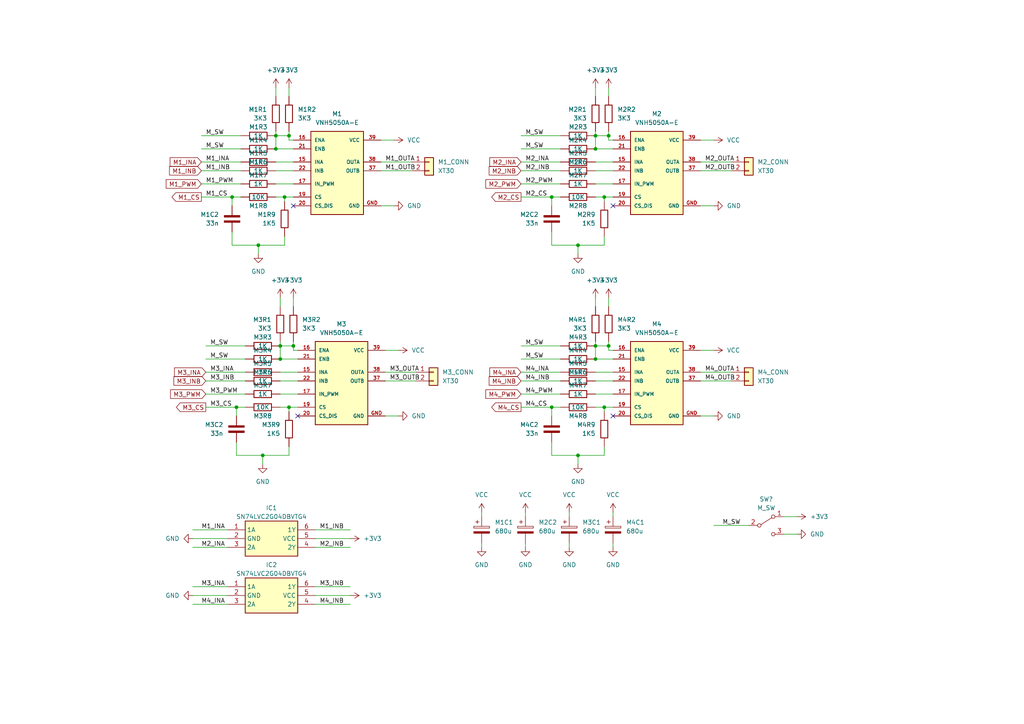
<source format=kicad_sch>
(kicad_sch (version 20230121) (generator eeschema)
  (paper "A4")
  (lib_symbols
    (symbol "Connector_Generic:Conn_01x02" (pin_names (offset 1.016) hide)
      (property "Reference" "J" (at 0 2.54 0))
      (property "Value" "Conn_01x02" (at 0 -5.08 0))
      (symbol "Conn_01x02_1_1"
        (rectangle (start -1.27 -2.413) (end 0 -2.667) (stroke (width 0.1524)))
        (rectangle (start -1.27 0.127) (end 0 -0.127) (stroke (width 0.1524)))
        (rectangle (start -1.27 1.27) (end 1.27 -3.81) (stroke (width 0.254)) (fill (type background)))
        (pin passive line (at -5.08 0 0) (length 3.81) (name "Pin_1") (number "1"))
        (pin passive line (at -5.08 -2.54 0) (length 3.81) (name "Pin_2") (number "2"))
      )
    )
    (symbol "Switch:SW_SPDT" (pin_names (offset 0) hide)
      (property "Reference" "SW" (at 0 4.318 0))
      (property "Value" "SW_SPDT" (at 0 -5.08 0))
      (symbol "SW_SPDT_0_0"
        (circle (center -2.032 0) (radius 0.508))
        (circle (center 2.032 -2.54) (radius 0.508))
      )
      (symbol "SW_SPDT_0_1"
        (polyline (pts (xy -1.524 0.254) (xy 1.651 2.286)))
        (circle (center 2.032 2.54) (radius 0.508))
      )
      (symbol "SW_SPDT_1_1"
        (pin passive line (at 5.08 2.54 180) (length 2.54) (name "A") (number "1"))
        (pin passive line (at -5.08 0 0) (length 2.54) (name "B") (number "2"))
        (pin passive line (at 5.08 -2.54 180) (length 2.54) (name "C") (number "3"))
      )
    )
    (symbol "power:+3V3" (power) (pin_names (offset 0))
      (property "Value" "+3V3" (at 0 3.556 0))
      (symbol "+3V3_0_1"
        (polyline (pts (xy -0.762 1.27) (xy 0 2.54)))
        (polyline (pts (xy 0 0) (xy 0 2.54)))
        (polyline (pts (xy 0 2.54) (xy 0.762 1.27)))
      )
      (symbol "+3V3_1_1"
        (pin power_in line (at 0 0 90) (length 0) hide (name "+3V3") (number "1"))
      )
    )
    (symbol "power:GND" (power) (pin_names (offset 0))
      (property "Value" "GND" (at 0 -3.81 0))
      (symbol "GND_0_1"
        (polyline (pts (xy 0 0) (xy 0 -1.27) (xy 1.27 -1.27) (xy 0 -2.54) (xy -1.27 -1.27) (xy 0 -1.27)))
      )
      (symbol "GND_1_1"
        (pin power_in line (at 0 0 270) (length 0) hide (name "GND") (number "1"))
      )
    )
    (symbol "power:VCC" (power) (pin_names (offset 0))
      (property "Value" "VCC" (at 0 3.81 0))
      (symbol "VCC_0_1"
        (polyline (pts (xy -0.762 1.27) (xy 0 2.54)))
        (polyline (pts (xy 0 0) (xy 0 2.54)))
        (polyline (pts (xy 0 2.54) (xy 0.762 1.27)))
      )
      (symbol "VCC_1_1"
        (pin power_in line (at 0 0 90) (length 0) hide (name "VCC") (number "1"))
      )
    )
    (symbol "vincent:C" (pin_numbers hide) (pin_names hide)
      (property "Reference" "C" (at 0 3.81 0))
      (property "Value" "C" (at 0 -3.81 0))
      (symbol "C_1_1"
        (rectangle (start -1.016 2.286) (end -0.508 -2.286) (fill (type outline)))
        (rectangle (start 0.508 2.286) (end 1.016 -2.286) (fill (type outline)))
        (pin passive line (at -3.81 0 0) (length 2.8) (name "~") (number "1"))
        (pin passive line (at 3.81 0 180) (length 2.8) (name "~") (number "2"))
      )
    )
    (symbol "vincent:C_Polarized"
      (property "Reference" "C" (at 0 3.81 0))
      (property "Value" "C_Polarized" (at 0 -3.81 0))
      (symbol "C_Polarized_0_1"
        (rectangle (start -1.016 2.286) (end -0.508 -2.286))
        (polyline (pts (xy -2.794 -1.27) (xy -1.778 -1.27)))
        (polyline (pts (xy -2.286 -1.778) (xy -2.286 -0.762)))
        (rectangle (start 0.508 2.286) (end 1.016 -2.286) (fill (type outline)))
      )
      (symbol "C_Polarized_1_1"
        (pin passive line (at -3.81 0 0) (length 2.8) (name "~") (number "1"))
        (pin passive line (at 3.81 0 180) (length 2.8) (name "~") (number "2"))
      )
    )
    (symbol "vincent:R" (pin_numbers hide) (pin_names hide)
      (property "Reference" "R" (at 0 2.54 0))
      (property "Value" "Resistor" (at 0 -2.54 0))
      (symbol "R_0_1"
        (rectangle (start 2.54 -1.016) (end -2.54 1.016) (stroke (width 0.254)))
      )
      (symbol "R_1_1"
        (pin passive line (at -5.08 0 0) (length 2.54) (name "~") (number "1"))
        (pin passive line (at 5.08 0 180) (length 2.54) (name "~") (number "2"))
      )
    )
    (symbol "vincent:SN74LVC2G04DBVTG4"
      (property "Reference" "IC" (at 5.08 1.27 0))
      (property "Value" "SN74LVC2G04DBVTG4" (at 12.7 -12.7 0))
      (symbol "SN74LVC2G04DBVTG4_1_1"
        (rectangle (start 5.08 0) (end 20.32 -10.16) (stroke (width 0.254)) (fill (type background)))
        (pin passive line (at 0 -2.54 0) (length 5.08) (name "1A") (number "1"))
        (pin passive line (at 0 -5.08 0) (length 5.08) (name "GND") (number "2"))
        (pin passive line (at 0 -7.62 0) (length 5.08) (name "2A") (number "3"))
        (pin passive line (at 25.4 -7.62 180) (length 5.08) (name "2Y") (number "4"))
        (pin passive line (at 25.4 -5.08 180) (length 5.08) (name "VCC") (number "5"))
        (pin passive line (at 25.4 -2.54 180) (length 5.08) (name "1Y") (number "6"))
      )
    )
    (symbol "vincent:VNH5050A-E" (pin_names (offset 1.016))
      (property "Reference" "U" (at -7.62 13.97 0))
      (property "Value" "VNH5050A-E" (at -7.62 -13.97 0))
      (symbol "VNH5050A-E_0_0"
        (rectangle (start -7.62 12.7) (end 7.62 -11.43) (stroke (width 0.254)) (fill (type background)))
        (pin input line (at -12.7 3.81 0) (length 5.08) (name "INA") (number "15"))
        (pin input line (at -12.7 -2.54 0) (length 5.08) (name "IN_PWM") (number "17"))
        (pin input line (at -12.7 1.27 0) (length 5.08) (name "INB") (number "22"))
      )
      (symbol "VNH5050A-E_1_0"
        (pin output line (at -12.7 10.16 0) (length 5.08) (name "ENA") (number "16"))
        (pin output line (at -12.7 -6.35 0) (length 5.08) (name "CS") (number "19"))
        (pin input line (at -12.7 -8.89 0) (length 5.08) (name "CS_DIS") (number "20"))
        (pin output line (at -12.7 7.62 0) (length 5.08) (name "ENB") (number "21"))
        (pin output line (at 12.7 1.27 180) (length 5.08) (name "OUTB") (number "37"))
        (pin output line (at 12.7 3.81 180) (length 5.08) (name "OUTA") (number "38"))
        (pin output line (at 12.7 10.16 180) (length 5.08) (name "VCC") (number "39"))
        (pin output line (at 12.7 -8.89 180) (length 5.08) (name "GND") (number "GND"))
      )
    )
  )
  (junction (at 172.72 100.33))
  (junction (at 85.09 100.33))
  (junction (at 74.93 71.12))
  (junction (at 76.2 132.08))
  (junction (at 160.02 118.11))
  (junction (at 81.28 100.33))
  (junction (at 160.02 57.15))
  (junction (at 83.82 118.11))
  (junction (at 82.55 57.15))
  (junction (at 172.72 104.14))
  (junction (at 172.72 39.37))
  (junction (at 80.01 43.18))
  (junction (at 80.01 39.37))
  (junction (at 176.53 100.33))
  (junction (at 172.72 43.18))
  (junction (at 167.64 132.08))
  (junction (at 175.26 57.15))
  (junction (at 175.26 118.11))
  (junction (at 68.58 118.11))
  (junction (at 67.31 57.15))
  (junction (at 81.28 104.14))
  (junction (at 176.53 39.37))
  (junction (at 167.64 71.12))
  (junction (at 83.82 39.37))
  (no_connect (at 177.8 120.65))
  (no_connect (at 177.8 59.69))
  (no_connect (at 85.09 59.69))
  (no_connect (at 86.36 120.65))
  (wire (pts (xy 81.28 100.33) (xy 85.09 100.33)))
  (wire (pts (xy 69.85 57.15) (xy 67.31 57.15)))
  (wire (pts (xy 167.64 132.08) (xy 167.64 134.62)))
  (wire (pts (xy 160.02 67.31) (xy 160.02 71.12)))
  (wire (pts (xy 172.72 86.36) (xy 172.72 88.9)))
  (wire (pts (xy 80.01 38.1) (xy 80.01 39.37)))
  (wire (pts (xy 83.82 118.11) (xy 86.36 118.11)))
  (wire (pts (xy 227.33 149.86) (xy 231.14 149.86)))
  (wire (pts (xy 74.93 71.12) (xy 82.55 71.12)))
  (wire (pts (xy 151.13 53.34) (xy 162.56 53.34)))
  (wire (pts (xy 151.13 43.18) (xy 162.56 43.18)))
  (wire (pts (xy 91.44 175.26) (xy 101.6 175.26)))
  (wire (pts (xy 83.82 25.4) (xy 83.82 27.94)))
  (wire (pts (xy 162.56 118.11) (xy 160.02 118.11)))
  (wire (pts (xy 172.72 39.37) (xy 176.53 39.37)))
  (wire (pts (xy 76.2 132.08) (xy 76.2 134.62)))
  (wire (pts (xy 152.4 157.48) (xy 152.4 158.75)))
  (wire (pts (xy 177.8 148.59) (xy 177.8 149.86)))
  (wire (pts (xy 167.64 71.12) (xy 175.26 71.12)))
  (wire (pts (xy 85.09 86.36) (xy 85.09 88.9)))
  (wire (pts (xy 58.42 53.34) (xy 69.85 53.34)))
  (wire (pts (xy 81.28 86.36) (xy 81.28 88.9)))
  (wire (pts (xy 59.69 104.14) (xy 71.12 104.14)))
  (wire (pts (xy 91.44 156.21) (xy 101.6 156.21)))
  (wire (pts (xy 58.42 39.37) (xy 69.85 39.37)))
  (wire (pts (xy 55.88 158.75) (xy 66.04 158.75)))
  (wire (pts (xy 58.42 49.53) (xy 69.85 49.53)))
  (wire (pts (xy 91.44 170.18) (xy 101.6 170.18)))
  (wire (pts (xy 55.88 170.18) (xy 66.04 170.18)))
  (wire (pts (xy 58.42 46.99) (xy 69.85 46.99)))
  (wire (pts (xy 176.53 38.1) (xy 176.53 39.37)))
  (wire (pts (xy 66.04 156.21) (xy 55.88 156.21)))
  (wire (pts (xy 151.13 107.95) (xy 162.56 107.95)))
  (wire (pts (xy 172.72 53.34) (xy 177.8 53.34)))
  (wire (pts (xy 110.49 46.99) (xy 119.38 46.99)))
  (wire (pts (xy 58.42 57.15) (xy 67.31 57.15)))
  (wire (pts (xy 151.13 104.14) (xy 162.56 104.14)))
  (wire (pts (xy 59.69 107.95) (xy 71.12 107.95)))
  (wire (pts (xy 110.49 49.53) (xy 119.38 49.53)))
  (wire (pts (xy 227.33 154.94) (xy 231.14 154.94)))
  (wire (pts (xy 175.26 57.15) (xy 177.8 57.15)))
  (wire (pts (xy 80.01 39.37) (xy 83.82 39.37)))
  (wire (pts (xy 172.72 110.49) (xy 177.8 110.49)))
  (wire (pts (xy 172.72 114.3) (xy 177.8 114.3)))
  (wire (pts (xy 83.82 118.11) (xy 83.82 119.38)))
  (wire (pts (xy 175.26 71.12) (xy 175.26 68.58)))
  (wire (pts (xy 160.02 132.08) (xy 167.64 132.08)))
  (wire (pts (xy 59.69 100.33) (xy 71.12 100.33)))
  (wire (pts (xy 81.28 110.49) (xy 86.36 110.49)))
  (wire (pts (xy 80.01 57.15) (xy 82.55 57.15)))
  (wire (pts (xy 139.7 157.48) (xy 139.7 158.75)))
  (wire (pts (xy 85.09 99.06) (xy 85.09 100.33)))
  (wire (pts (xy 203.2 110.49) (xy 212.09 110.49)))
  (wire (pts (xy 203.2 107.95) (xy 212.09 107.95)))
  (wire (pts (xy 172.72 107.95) (xy 177.8 107.95)))
  (wire (pts (xy 151.13 114.3) (xy 162.56 114.3)))
  (wire (pts (xy 68.58 132.08) (xy 76.2 132.08)))
  (wire (pts (xy 85.09 43.18) (xy 80.01 43.18)))
  (wire (pts (xy 176.53 25.4) (xy 176.53 27.94)))
  (wire (pts (xy 176.53 39.37) (xy 176.53 40.64)))
  (wire (pts (xy 110.49 40.64) (xy 114.3 40.64)))
  (wire (pts (xy 175.26 118.11) (xy 177.8 118.11)))
  (wire (pts (xy 82.55 71.12) (xy 82.55 68.58)))
  (wire (pts (xy 151.13 46.99) (xy 162.56 46.99)))
  (wire (pts (xy 160.02 71.12) (xy 167.64 71.12)))
  (wire (pts (xy 207.01 152.4) (xy 217.17 152.4)))
  (wire (pts (xy 111.76 110.49) (xy 120.65 110.49)))
  (wire (pts (xy 86.36 104.14) (xy 81.28 104.14)))
  (wire (pts (xy 139.7 148.59) (xy 139.7 149.86)))
  (wire (pts (xy 172.72 100.33) (xy 172.72 104.14)))
  (wire (pts (xy 167.64 71.12) (xy 167.64 73.66)))
  (wire (pts (xy 175.26 118.11) (xy 175.26 119.38)))
  (wire (pts (xy 177.8 101.6) (xy 176.53 101.6)))
  (wire (pts (xy 203.2 101.6) (xy 207.01 101.6)))
  (wire (pts (xy 81.28 118.11) (xy 83.82 118.11)))
  (wire (pts (xy 175.26 57.15) (xy 175.26 58.42)))
  (wire (pts (xy 86.36 101.6) (xy 85.09 101.6)))
  (wire (pts (xy 172.72 25.4) (xy 172.72 27.94)))
  (wire (pts (xy 80.01 49.53) (xy 85.09 49.53)))
  (wire (pts (xy 59.69 110.49) (xy 71.12 110.49)))
  (wire (pts (xy 80.01 39.37) (xy 80.01 43.18)))
  (wire (pts (xy 55.88 153.67) (xy 66.04 153.67)))
  (wire (pts (xy 162.56 57.15) (xy 160.02 57.15)))
  (wire (pts (xy 74.93 71.12) (xy 74.93 73.66)))
  (wire (pts (xy 151.13 118.11) (xy 160.02 118.11)))
  (wire (pts (xy 172.72 46.99) (xy 177.8 46.99)))
  (wire (pts (xy 176.53 100.33) (xy 176.53 101.6)))
  (wire (pts (xy 176.53 86.36) (xy 176.53 88.9)))
  (wire (pts (xy 172.72 38.1) (xy 172.72 39.37)))
  (wire (pts (xy 80.01 53.34) (xy 85.09 53.34)))
  (wire (pts (xy 172.72 57.15) (xy 175.26 57.15)))
  (wire (pts (xy 177.8 40.64) (xy 176.53 40.64)))
  (wire (pts (xy 177.8 43.18) (xy 172.72 43.18)))
  (wire (pts (xy 91.44 153.67) (xy 101.6 153.67)))
  (wire (pts (xy 111.76 101.6) (xy 115.57 101.6)))
  (wire (pts (xy 80.01 46.99) (xy 85.09 46.99)))
  (wire (pts (xy 83.82 132.08) (xy 83.82 129.54)))
  (wire (pts (xy 152.4 148.59) (xy 152.4 149.86)))
  (wire (pts (xy 172.72 118.11) (xy 175.26 118.11)))
  (wire (pts (xy 76.2 132.08) (xy 83.82 132.08)))
  (wire (pts (xy 91.44 158.75) (xy 101.6 158.75)))
  (wire (pts (xy 203.2 120.65) (xy 207.01 120.65)))
  (wire (pts (xy 203.2 46.99) (xy 212.09 46.99)))
  (wire (pts (xy 91.44 172.72) (xy 101.6 172.72)))
  (wire (pts (xy 67.31 67.31) (xy 67.31 71.12)))
  (wire (pts (xy 80.01 25.4) (xy 80.01 27.94)))
  (wire (pts (xy 83.82 38.1) (xy 83.82 39.37)))
  (wire (pts (xy 172.72 100.33) (xy 176.53 100.33)))
  (wire (pts (xy 71.12 118.11) (xy 68.58 118.11)))
  (wire (pts (xy 111.76 120.65) (xy 115.57 120.65)))
  (wire (pts (xy 67.31 71.12) (xy 74.93 71.12)))
  (wire (pts (xy 82.55 57.15) (xy 82.55 58.42)))
  (wire (pts (xy 59.69 114.3) (xy 71.12 114.3)))
  (wire (pts (xy 151.13 100.33) (xy 162.56 100.33)))
  (wire (pts (xy 111.76 107.95) (xy 120.65 107.95)))
  (wire (pts (xy 203.2 40.64) (xy 207.01 40.64)))
  (wire (pts (xy 172.72 49.53) (xy 177.8 49.53)))
  (wire (pts (xy 175.26 132.08) (xy 175.26 129.54)))
  (wire (pts (xy 68.58 128.27) (xy 68.58 132.08)))
  (wire (pts (xy 81.28 100.33) (xy 81.28 104.14)))
  (wire (pts (xy 160.02 57.15) (xy 160.02 59.69)))
  (wire (pts (xy 81.28 107.95) (xy 86.36 107.95)))
  (wire (pts (xy 81.28 99.06) (xy 81.28 100.33)))
  (wire (pts (xy 85.09 40.64) (xy 83.82 40.64)))
  (wire (pts (xy 66.04 172.72) (xy 55.88 172.72)))
  (wire (pts (xy 151.13 49.53) (xy 162.56 49.53)))
  (wire (pts (xy 165.1 157.48) (xy 165.1 158.75)))
  (wire (pts (xy 151.13 39.37) (xy 162.56 39.37)))
  (wire (pts (xy 176.53 99.06) (xy 176.53 100.33)))
  (wire (pts (xy 151.13 110.49) (xy 162.56 110.49)))
  (wire (pts (xy 110.49 59.69) (xy 114.3 59.69)))
  (wire (pts (xy 85.09 100.33) (xy 85.09 101.6)))
  (wire (pts (xy 177.8 104.14) (xy 172.72 104.14)))
  (wire (pts (xy 165.1 148.59) (xy 165.1 149.86)))
  (wire (pts (xy 167.64 132.08) (xy 175.26 132.08)))
  (wire (pts (xy 82.55 57.15) (xy 85.09 57.15)))
  (wire (pts (xy 67.31 57.15) (xy 67.31 59.69)))
  (wire (pts (xy 151.13 57.15) (xy 160.02 57.15)))
  (wire (pts (xy 160.02 118.11) (xy 160.02 120.65)))
  (wire (pts (xy 59.69 118.11) (xy 68.58 118.11)))
  (wire (pts (xy 203.2 59.69) (xy 207.01 59.69)))
  (wire (pts (xy 81.28 114.3) (xy 86.36 114.3)))
  (wire (pts (xy 172.72 99.06) (xy 172.72 100.33)))
  (wire (pts (xy 203.2 49.53) (xy 212.09 49.53)))
  (wire (pts (xy 83.82 39.37) (xy 83.82 40.64)))
  (wire (pts (xy 172.72 39.37) (xy 172.72 43.18)))
  (wire (pts (xy 160.02 128.27) (xy 160.02 132.08)))
  (wire (pts (xy 68.58 118.11) (xy 68.58 120.65)))
  (wire (pts (xy 177.8 157.48) (xy 177.8 158.75)))
  (wire (pts (xy 58.42 43.18) (xy 69.85 43.18)))
  (wire (pts (xy 55.88 175.26) (xy 66.04 175.26)))
  (label "M3_CS" (at 60.96 118.11 0))
  (label "M2_PWM" (at 152.4 53.34 0))
  (label "M3_INB" (at 60.96 110.49 0))
  (label "M2_INA" (at 152.4 46.99 0))
  (label "M2_OUTA" (at 204.47 46.99 0))
  (label "M1_OUTA" (at 111.76 46.99 0))
  (label "M_SW" (at 152.4 43.18 0))
  (label "M_SW" (at 60.96 100.33 0))
  (label "M_SW" (at 152.4 104.14 0))
  (label "M_SW" (at 60.96 104.14 0))
  (label "M_SW" (at 59.69 43.18 0))
  (label "M_SW" (at 209.55 152.4 0))
  (label "M4_PWM" (at 152.4 114.3 0))
  (label "M4_INB" (at 152.4 110.49 0))
  (label "M3_OUTA" (at 113.03 107.95 0))
  (label "M2_OUTB" (at 204.47 49.53 0))
  (label "M1_INB" (at 92.71 153.67 0))
  (label "M4_OUTB" (at 204.47 110.49 0))
  (label "M1_PWM" (at 59.69 53.34 0))
  (label "M1_INA" (at 59.69 46.99 0))
  (label "M1_INB" (at 59.69 49.53 0))
  (label "M4_INB" (at 92.71 175.26 0))
  (label "M1_INA" (at 58.42 153.67 0))
  (label "M3_INB" (at 92.71 170.18 0))
  (label "M2_CS" (at 152.4 57.15 0))
  (label "M1_OUTB" (at 111.76 49.53 0))
  (label "M3_OUTB" (at 113.03 110.49 0))
  (label "M4_OUTA" (at 204.47 107.95 0))
  (label "M4_CS" (at 152.4 118.11 0))
  (label "M3_INA" (at 60.96 107.95 0))
  (label "M3_INA" (at 58.42 170.18 0))
  (label "M_SW" (at 59.69 39.37 0))
  (label "M4_INA" (at 152.4 107.95 0))
  (label "M2_INA" (at 58.42 158.75 0))
  (label "M2_INB" (at 92.71 158.75 0))
  (label "M_SW" (at 152.4 39.37 0))
  (label "M2_INB" (at 152.4 49.53 0))
  (label "M1_CS" (at 59.69 57.15 0))
  (label "M_SW" (at 152.4 100.33 0))
  (label "M3_PWM" (at 60.96 114.3 0))
  (label "M4_INA" (at 58.42 175.26 0))
  (global_label "M1_CS" (shape output) (at 58.42 57.15 180) (property "Intersheetrefs" "${INTERSHEET_REFS}" (effects hide)))
  (global_label "M4_CS" (shape output) (at 151.13 118.11 180) (property "Intersheetrefs" "${INTERSHEET_REFS}" (effects hide)))
  (global_label "M2_PWM" (shape input) (at 151.13 53.34 180) (property "Intersheetrefs" "${INTERSHEET_REFS}" (effects hide)))
  (global_label "M3_INB" (shape input) (at 59.69 110.49 180) (property "Intersheetrefs" "${INTERSHEET_REFS}" (effects hide)))
  (global_label "M1_INB" (shape input) (at 58.42 49.53 180) (property "Intersheetrefs" "${INTERSHEET_REFS}" (effects hide)))
  (global_label "M2_INB" (shape input) (at 151.13 49.53 180) (property "Intersheetrefs" "${INTERSHEET_REFS}" (effects hide)))
  (global_label "M4_PWM" (shape input) (at 151.13 114.3 180) (property "Intersheetrefs" "${INTERSHEET_REFS}" (effects hide)))
  (global_label "M1_PWM" (shape input) (at 58.42 53.34 180) (property "Intersheetrefs" "${INTERSHEET_REFS}" (effects hide)))
  (global_label "M2_CS" (shape output) (at 151.13 57.15 180) (property "Intersheetrefs" "${INTERSHEET_REFS}" (effects hide)))
  (global_label "M2_INA" (shape input) (at 151.13 46.99 180) (property "Intersheetrefs" "${INTERSHEET_REFS}" (effects hide)))
  (global_label "M4_INB" (shape input) (at 151.13 110.49 180) (property "Intersheetrefs" "${INTERSHEET_REFS}" (effects hide)))
  (global_label "M4_INA" (shape input) (at 151.13 107.95 180) (property "Intersheetrefs" "${INTERSHEET_REFS}" (effects hide)))
  (global_label "M3_PWM" (shape input) (at 59.69 114.3 180) (property "Intersheetrefs" "${INTERSHEET_REFS}" (effects hide)))
  (global_label "M3_INA" (shape input) (at 59.69 107.95 180) (property "Intersheetrefs" "${INTERSHEET_REFS}" (effects hide)))
  (global_label "M1_INA" (shape input) (at 58.42 46.99 180) (property "Intersheetrefs" "${INTERSHEET_REFS}" (effects hide)))
  (global_label "M3_CS" (shape output) (at 59.69 118.11 180) (property "Intersheetrefs" "${INTERSHEET_REFS}" (effects hide)))
  (symbol (lib_id "power:GND") (at 115.57 120.65 90) (unit 1)
    (property "Reference" "#PWR015" (effects hide))
    (property "Value" "GND" (at 119.38 120.6499 90) (effects (justify right)))
  )
  (symbol (lib_id "vincent:R") (at 167.64 110.49 0) (unit 1)
    (property "Reference" "M4R6" (at 167.64 107.95 0))
    (property "Value" "1K" (at 167.64 110.49 0))
  )
  (symbol (lib_id "vincent:VNH5050A-E") (at 190.5 50.8 0) (unit 1)
    (property "Reference" "M2" (at 190.5 33.02 0))
    (property "Value" "VNH5050A-E" (at 190.5 35.56 0))
    (property "Footprint" "footprints:SOP50P1030X247-39N" (effects hide))
    (property "Datasheet" "https://www.st.com/resource/en/datasheet/vnh5050a-e.pdf" (effects hide))
    (property "MANUFACTURER" "ST Microelectronics" (effects hide))
  )
  (symbol (lib_id "power:VCC") (at 207.01 40.64 270) (unit 1)
    (property "Reference" "#PWR011" (effects hide))
    (property "Value" "VCC" (at 210.82 40.6399 90) (effects (justify left)))
  )
  (symbol (lib_id "vincent:R") (at 74.93 39.37 0) (unit 1)
    (property "Reference" "M1R3" (at 74.93 36.83 0))
    (property "Value" "1K" (at 74.93 39.37 0))
  )
  (symbol (lib_id "vincent:R") (at 76.2 114.3 0) (unit 1)
    (property "Reference" "M3R7" (at 76.2 111.76 0))
    (property "Value" "1K" (at 76.2 114.3 0))
  )
  (symbol (lib_id "vincent:R") (at 83.82 33.02 90) (unit 1)
    (property "Reference" "M1R2" (at 86.36 31.7499 90) (effects (justify right)))
    (property "Value" "3K3" (at 86.36 34.2899 90) (effects (justify right)))
  )
  (symbol (lib_id "power:GND") (at 167.64 134.62 0) (unit 1)
    (property "Reference" "#PWR016" (effects hide))
    (property "Value" "GND" (at 167.64 139.7 0))
  )
  (symbol (lib_id "vincent:R") (at 74.93 49.53 0) (unit 1)
    (property "Reference" "M1R6" (at 74.93 46.99 0))
    (property "Value" "1K" (at 74.93 49.53 0))
  )
  (symbol (lib_id "vincent:R") (at 176.53 93.98 90) (unit 1)
    (property "Reference" "M4R2" (at 179.07 92.7099 90) (effects (justify right)))
    (property "Value" "3K3" (at 179.07 95.2499 90) (effects (justify right)))
  )
  (symbol (lib_id "power:+3V3") (at 101.6 156.21 270) (unit 1)
    (property "Reference" "#PWR022" (effects hide))
    (property "Value" "+3V3" (at 105.41 156.2099 90) (effects (justify left)))
  )
  (symbol (lib_id "power:VCC") (at 115.57 101.6 270) (unit 1)
    (property "Reference" "#PWR014" (effects hide))
    (property "Value" "VCC" (at 119.38 101.5999 90) (effects (justify left)))
  )
  (symbol (lib_id "vincent:SN74LVC2G04DBVTG4") (at 66.04 167.64 0) (unit 1)
    (property "Reference" "IC2" (at 78.74 163.83 0))
    (property "Value" "SN74LVC2G04DBVTG4" (at 78.74 166.37 0))
    (property "Footprint" "SOT95P280X145-6N" (effects hide))
    (property "Datasheet" "https://www.ti.com/lit/ds/symlink/sn74lvc2g04.pdf?ts=1633157623930&ref_url=https%253A%252F%252Fwww.ti.com%252Fsitesearch%252Fdocs%252Funiversalsearch.tsp%253FlangPref%253Den-US%2526searchTerm%253DSN74LVC2G04DBVRE4%2526nr%253D2" (effects hide))
    (property "Height" "1.45" (effects hide))
    (property "Manufacturer_Name" "Texas Instruments" (effects hide))
    (property "Manufacturer_Part_Number" "SN74LVC2G04DBVTG4" (effects hide))
    (property "Mouser Part Number" "595-74LVC2G04DBVTG4" (effects hide))
    (property "Mouser Price/Stock" "https://www.mouser.co.uk/ProductDetail/Texas-Instruments/SN74LVC2G04DBVTG4?qs=glQR3cLZh261nn4md5o%252BHw%3D%3D" (effects hide))
    (property "Arrow Part Number" "SN74LVC2G04DBVTG4" (effects hide))
    (property "Arrow Price/Stock" "https://www.arrow.com/en/products/sn74lvc2g04dbvtg4/texas-instruments?region=nac" (effects hide))
  )
  (symbol (lib_id "vincent:R") (at 76.2 104.14 0) (unit 1)
    (property "Reference" "M3R4" (at 76.2 101.6 0))
    (property "Value" "1K" (at 76.2 104.14 0))
  )
  (symbol (lib_id "Switch:SW_SPDT") (at 222.25 152.4 0) (unit 1)
    (property "Reference" "SW?" (at 222.25 144.78 0))
    (property "Value" "M_SW" (at 222.25 147.32 0))
  )
  (symbol (lib_id "vincent:R") (at 167.64 107.95 0) (unit 1)
    (property "Reference" "M4R5" (at 167.64 105.41 0))
    (property "Value" "1K" (at 167.64 107.95 0))
  )
  (symbol (lib_id "vincent:R") (at 167.64 43.18 0) (unit 1)
    (property "Reference" "M2R4" (at 167.64 40.64 0))
    (property "Value" "1K" (at 167.64 43.18 0))
  )
  (symbol (lib_id "vincent:R") (at 175.26 63.5 270) (mirror x) (unit 1)
    (property "Reference" "M2R9" (at 172.72 62.2299 90) (effects (justify right)))
    (property "Value" "1K5" (at 172.72 64.77 90) (effects (justify right)))
  )
  (symbol (lib_id "vincent:R") (at 167.64 39.37 0) (unit 1)
    (property "Reference" "M2R3" (at 167.64 36.83 0))
    (property "Value" "1K" (at 167.64 39.37 0))
  )
  (symbol (lib_id "power:+3V3") (at 83.82 25.4 0) (unit 1)
    (property "Reference" "#PWR07" (effects hide))
    (property "Value" "+3V3" (at 83.82 20.32 0))
  )
  (symbol (lib_id "vincent:VNH5050A-E") (at 190.5 111.76 0) (unit 1)
    (property "Reference" "M4" (at 190.5 93.98 0))
    (property "Value" "VNH5050A-E" (at 190.5 96.52 0))
    (property "Footprint" "footprints:SOP50P1030X247-39N" (effects hide))
    (property "Datasheet" "https://www.st.com/resource/en/datasheet/vnh5050a-e.pdf" (effects hide))
    (property "MANUFACTURER" "ST Microelectronics" (effects hide))
  )
  (symbol (lib_id "vincent:R") (at 167.64 114.3 0) (unit 1)
    (property "Reference" "M4R7" (at 167.64 111.76 0))
    (property "Value" "1K" (at 167.64 114.3 0))
  )
  (symbol (lib_id "Connector_Generic:Conn_01x02") (at 124.46 46.99 0) (unit 1)
    (property "Reference" "M1_CONN" (at 127 46.9899 0) (effects (justify left)))
    (property "Value" "XT30" (at 127 49.5299 0) (effects (justify left)))
  )
  (symbol (lib_id "vincent:C") (at 160.02 124.46 270) (mirror x) (unit 1)
    (property "Reference" "M4C2" (at 156.21 123.1899 90) (effects (justify right)))
    (property "Value" "33n" (at 156.21 125.7299 90) (effects (justify right)))
  )
  (symbol (lib_id "vincent:R") (at 76.2 107.95 0) (unit 1)
    (property "Reference" "M3R5" (at 76.2 105.41 0))
    (property "Value" "1K" (at 76.2 107.95 0))
  )
  (symbol (lib_id "power:GND") (at 76.2 134.62 0) (unit 1)
    (property "Reference" "#PWR02" (effects hide))
    (property "Value" "GND" (at 76.2 139.7 0))
  )
  (symbol (lib_id "power:VCC") (at 165.1 148.59 0) (unit 1)
    (property "Reference" "#PWR037" (effects hide))
    (property "Value" "VCC" (at 165.1 143.51 0))
  )
  (symbol (lib_id "vincent:R") (at 74.93 43.18 0) (unit 1)
    (property "Reference" "M1R4" (at 74.93 40.64 0))
    (property "Value" "1K" (at 74.93 43.18 0))
  )
  (symbol (lib_id "vincent:VNH5050A-E") (at 97.79 50.8 0) (unit 1)
    (property "Reference" "M1" (at 97.79 33.02 0))
    (property "Value" "VNH5050A-E" (at 97.79 35.56 0))
    (property "Footprint" "footprints:SOP50P1030X247-39N" (effects hide))
    (property "Datasheet" "https://www.st.com/resource/en/datasheet/vnh5050a-e.pdf" (effects hide))
    (property "MANUFACTURER" "ST Microelectronics" (effects hide))
  )
  (symbol (lib_id "vincent:R") (at 74.93 46.99 0) (unit 1)
    (property "Reference" "M1R5" (at 74.93 44.45 0))
    (property "Value" "1K" (at 74.93 46.99 0))
  )
  (symbol (lib_id "vincent:C_Polarized") (at 165.1 153.67 270) (unit 1)
    (property "Reference" "M3C1" (at 168.91 151.5109 90) (effects (justify left)))
    (property "Value" "680u" (at 168.91 154.0509 90) (effects (justify left)))
    (instances (project "2024l1" (path "" (reference "M3C1") (unit 1)) (path "" (reference "C?") (unit 1))))
  )
  (symbol (lib_id "Connector_Generic:Conn_01x02") (at 217.17 46.99 0) (unit 1)
    (property "Reference" "M2_CONN" (at 219.71 46.9899 0) (effects (justify left)))
    (property "Value" "XT30" (at 219.71 49.5299 0) (effects (justify left)))
  )
  (symbol (lib_id "power:GND") (at 207.01 59.69 90) (unit 1)
    (property "Reference" "#PWR012" (effects hide))
    (property "Value" "GND" (at 210.82 59.6899 90) (effects (justify right)))
  )
  (symbol (lib_id "vincent:C") (at 160.02 63.5 270) (mirror x) (unit 1)
    (property "Reference" "M2C2" (at 156.21 62.2299 90) (effects (justify right)))
    (property "Value" "33n" (at 156.21 64.7699 90) (effects (justify right)))
  )
  (symbol (lib_id "vincent:R") (at 175.26 124.46 270) (mirror x) (unit 1)
    (property "Reference" "M4R9" (at 172.72 123.1899 90) (effects (justify right)))
    (property "Value" "1K5" (at 172.72 125.73 90) (effects (justify right)))
  )
  (symbol (lib_id "vincent:R") (at 74.93 57.15 0) (mirror x) (unit 1)
    (property "Reference" "M1R8" (at 74.93 59.69 0))
    (property "Value" "10K" (at 74.93 57.15 0))
  )
  (symbol (lib_id "vincent:R") (at 80.01 33.02 90) (unit 1)
    (property "Reference" "M1R1" (at 77.47 31.7499 90) (effects (justify left)))
    (property "Value" "3K3" (at 77.47 34.2899 90) (effects (justify left)))
  )
  (symbol (lib_id "power:VCC") (at 177.8 148.59 0) (unit 1)
    (property "Reference" "#PWR039" (effects hide))
    (property "Value" "VCC" (at 177.8 143.51 0))
  )
  (symbol (lib_id "vincent:C") (at 68.58 124.46 270) (mirror x) (unit 1)
    (property "Reference" "M3C2" (at 64.77 123.1899 90) (effects (justify right)))
    (property "Value" "33n" (at 64.77 125.7299 90) (effects (justify right)))
  )
  (symbol (lib_id "vincent:R") (at 167.64 100.33 0) (unit 1)
    (property "Reference" "M4R3" (at 167.64 97.79 0))
    (property "Value" "1K" (at 167.64 100.33 0))
  )
  (symbol (lib_id "power:GND") (at 139.7 158.75 0) (unit 1)
    (property "Reference" "#PWR034" (effects hide))
    (property "Value" "GND" (at 139.7 163.83 0))
  )
  (symbol (lib_id "vincent:R") (at 167.64 53.34 0) (unit 1)
    (property "Reference" "M2R7" (at 167.64 50.8 0))
    (property "Value" "1K" (at 167.64 53.34 0))
  )
  (symbol (lib_id "vincent:R") (at 167.64 118.11 0) (mirror x) (unit 1)
    (property "Reference" "M4R8" (at 167.64 120.65 0))
    (property "Value" "10K" (at 167.64 118.11 0))
  )
  (symbol (lib_id "power:+3V3") (at 176.53 86.36 0) (unit 1)
    (property "Reference" "#PWR018" (effects hide))
    (property "Value" "+3V3" (at 176.53 81.28 0))
  )
  (symbol (lib_id "vincent:SN74LVC2G04DBVTG4") (at 66.04 151.13 0) (unit 1)
    (property "Reference" "IC1" (at 78.74 147.32 0))
    (property "Value" "SN74LVC2G04DBVTG4" (at 78.74 149.86 0))
    (property "Footprint" "SOT95P280X145-6N" (effects hide))
    (property "Datasheet" "https://www.ti.com/lit/ds/symlink/sn74lvc2g04.pdf?ts=1633157623930&ref_url=https%253A%252F%252Fwww.ti.com%252Fsitesearch%252Fdocs%252Funiversalsearch.tsp%253FlangPref%253Den-US%2526searchTerm%253DSN74LVC2G04DBVRE4%2526nr%253D2" (effects hide))
    (property "Height" "1.45" (effects hide))
    (property "Manufacturer_Name" "Texas Instruments" (effects hide))
    (property "Manufacturer_Part_Number" "SN74LVC2G04DBVTG4" (effects hide))
    (property "Mouser Part Number" "595-74LVC2G04DBVTG4" (effects hide))
    (property "Mouser Price/Stock" "https://www.mouser.co.uk/ProductDetail/Texas-Instruments/SN74LVC2G04DBVTG4?qs=glQR3cLZh261nn4md5o%252BHw%3D%3D" (effects hide))
    (property "Arrow Part Number" "SN74LVC2G04DBVTG4" (effects hide))
    (property "Arrow Price/Stock" "https://www.arrow.com/en/products/sn74lvc2g04dbvtg4/texas-instruments?region=nac" (effects hide))
  )
  (symbol (lib_id "power:GND") (at 165.1 158.75 0) (unit 1)
    (property "Reference" "#PWR038" (effects hide))
    (property "Value" "GND" (at 165.1 163.83 0))
  )
  (symbol (lib_id "vincent:R") (at 167.64 104.14 0) (unit 1)
    (property "Reference" "M4R4" (at 167.64 101.6 0))
    (property "Value" "1K" (at 167.64 104.14 0))
  )
  (symbol (lib_id "power:VCC") (at 139.7 148.59 0) (unit 1)
    (property "Reference" "#PWR033" (effects hide))
    (property "Value" "VCC" (at 139.7 143.51 0))
  )
  (symbol (lib_id "power:GND") (at 114.3 59.69 90) (unit 1)
    (property "Reference" "#PWR04" (effects hide))
    (property "Value" "GND" (at 118.11 59.6899 90) (effects (justify right)))
  )
  (symbol (lib_id "power:GND") (at 177.8 158.75 0) (unit 1)
    (property "Reference" "#PWR040" (effects hide))
    (property "Value" "GND" (at 177.8 163.83 0))
  )
  (symbol (lib_id "power:GND") (at 55.88 156.21 270) (mirror x) (unit 1)
    (property "Reference" "#PWR021" (effects hide))
    (property "Value" "GND" (at 52.07 156.2099 90) (effects (justify right)))
  )
  (symbol (lib_id "power:GND") (at 207.01 120.65 90) (unit 1)
    (property "Reference" "#PWR020" (effects hide))
    (property "Value" "GND" (at 210.82 120.6499 90) (effects (justify right)))
  )
  (symbol (lib_id "vincent:R") (at 167.64 57.15 0) (mirror x) (unit 1)
    (property "Reference" "M2R8" (at 167.64 59.69 0))
    (property "Value" "10K" (at 167.64 57.15 0))
  )
  (symbol (lib_id "vincent:R") (at 176.53 33.02 90) (unit 1)
    (property "Reference" "M2R2" (at 179.07 31.7499 90) (effects (justify right)))
    (property "Value" "3K3" (at 179.07 34.2899 90) (effects (justify right)))
  )
  (symbol (lib_id "power:GND") (at 231.14 154.94 90) (unit 1)
    (property "Reference" "#PWR057" (effects hide))
    (property "Value" "GND" (at 234.95 154.9399 90) (effects (justify right)))
  )
  (symbol (lib_id "vincent:C") (at 67.31 63.5 270) (mirror x) (unit 1)
    (property "Reference" "M1C2" (at 63.5 62.2299 90) (effects (justify right)))
    (property "Value" "33n" (at 63.5 64.7699 90) (effects (justify right)))
  )
  (symbol (lib_id "vincent:R") (at 76.2 110.49 0) (unit 1)
    (property "Reference" "M3R6" (at 76.2 107.95 0))
    (property "Value" "1K" (at 76.2 110.49 0))
  )
  (symbol (lib_id "power:GND") (at 74.93 73.66 0) (unit 1)
    (property "Reference" "#PWR05" (effects hide))
    (property "Value" "GND" (at 74.93 78.74 0))
  )
  (symbol (lib_id "power:VCC") (at 207.01 101.6 270) (unit 1)
    (property "Reference" "#PWR019" (effects hide))
    (property "Value" "VCC" (at 210.82 101.5999 90) (effects (justify left)))
  )
  (symbol (lib_id "vincent:VNH5050A-E") (at 99.06 111.76 0) (unit 1)
    (property "Reference" "M3" (at 99.06 93.98 0))
    (property "Value" "VNH5050A-E" (at 99.06 96.52 0))
    (property "Footprint" "footprints:SOP50P1030X247-39N" (effects hide))
    (property "Datasheet" "https://www.st.com/resource/en/datasheet/vnh5050a-e.pdf" (effects hide))
    (property "MANUFACTURER" "ST Microelectronics" (effects hide))
  )
  (symbol (lib_id "power:+3V3") (at 176.53 25.4 0) (unit 1)
    (property "Reference" "#PWR010" (effects hide))
    (property "Value" "+3V3" (at 176.53 20.32 0))
  )
  (symbol (lib_id "power:GND") (at 55.88 172.72 270) (mirror x) (unit 1)
    (property "Reference" "#PWR023" (effects hide))
    (property "Value" "GND" (at 52.07 172.7199 90) (effects (justify right)))
  )
  (symbol (lib_id "power:+3V3") (at 172.72 25.4 0) (unit 1)
    (property "Reference" "#PWR09" (effects hide))
    (property "Value" "+3V3" (at 172.72 20.32 0))
  )
  (symbol (lib_id "power:VCC") (at 152.4 148.59 0) (unit 1)
    (property "Reference" "#PWR035" (effects hide))
    (property "Value" "VCC" (at 152.4 143.51 0))
  )
  (symbol (lib_id "vincent:R") (at 81.28 93.98 90) (unit 1)
    (property "Reference" "M3R1" (at 78.74 92.7099 90) (effects (justify left)))
    (property "Value" "3K3" (at 78.74 95.2499 90) (effects (justify left)))
  )
  (symbol (lib_id "power:GND") (at 167.64 73.66 0) (unit 1)
    (property "Reference" "#PWR08" (effects hide))
    (property "Value" "GND" (at 167.64 78.74 0))
  )
  (symbol (lib_id "Connector_Generic:Conn_01x02") (at 125.73 107.95 0) (unit 1)
    (property "Reference" "M3_CONN" (at 128.27 107.9499 0) (effects (justify left)))
    (property "Value" "XT30" (at 128.27 110.4899 0) (effects (justify left)))
  )
  (symbol (lib_id "vincent:R") (at 167.64 49.53 0) (unit 1)
    (property "Reference" "M2R6" (at 167.64 46.99 0))
    (property "Value" "1K" (at 167.64 49.53 0))
  )
  (symbol (lib_id "power:+3V3") (at 231.14 149.86 270) (unit 1)
    (property "Reference" "#PWR058" (effects hide))
    (property "Value" "+3V3" (at 234.95 149.8599 90) (effects (justify left)))
  )
  (symbol (lib_id "power:+3V3") (at 80.01 25.4 0) (unit 1)
    (property "Reference" "#PWR06" (effects hide))
    (property "Value" "+3V3" (at 80.01 20.32 0))
  )
  (symbol (lib_id "power:VCC") (at 114.3 40.64 270) (unit 1)
    (property "Reference" "#PWR01" (effects hide))
    (property "Value" "VCC" (at 118.11 40.6399 90) (effects (justify left)))
  )
  (symbol (lib_id "power:GND") (at 152.4 158.75 0) (unit 1)
    (property "Reference" "#PWR036" (effects hide))
    (property "Value" "GND" (at 152.4 163.83 0))
  )
  (symbol (lib_id "power:+3V3") (at 101.6 172.72 270) (unit 1)
    (property "Reference" "#PWR024" (effects hide))
    (property "Value" "+3V3" (at 105.41 172.7199 90) (effects (justify left)))
  )
  (symbol (lib_id "vincent:R") (at 172.72 93.98 90) (unit 1)
    (property "Reference" "M4R1" (at 170.18 92.7099 90) (effects (justify left)))
    (property "Value" "3K3" (at 170.18 95.2499 90) (effects (justify left)))
  )
  (symbol (lib_id "power:+3V3") (at 85.09 86.36 0) (unit 1)
    (property "Reference" "#PWR013" (effects hide))
    (property "Value" "+3V3" (at 85.09 81.28 0))
  )
  (symbol (lib_id "vincent:R") (at 82.55 63.5 270) (mirror x) (unit 1)
    (property "Reference" "M1R9" (at 80.01 62.2299 90) (effects (justify right)))
    (property "Value" "1K5" (at 80.01 64.77 90) (effects (justify right)))
  )
  (symbol (lib_id "vincent:C_Polarized") (at 139.7 153.67 270) (unit 1)
    (property "Reference" "M1C1" (at 143.51 151.5109 90) (effects (justify left)))
    (property "Value" "680u" (at 143.51 154.0509 90) (effects (justify left)))
    (instances (project "2024l1" (path "" (reference "M1C1") (unit 1)) (path "" (reference "C?") (unit 1))))
  )
  (symbol (lib_id "power:+3V3") (at 81.28 86.36 0) (unit 1)
    (property "Reference" "#PWR03" (effects hide))
    (property "Value" "+3V3" (at 81.28 81.28 0))
  )
  (symbol (lib_id "power:+3V3") (at 172.72 86.36 0) (unit 1)
    (property "Reference" "#PWR017" (effects hide))
    (property "Value" "+3V3" (at 172.72 81.28 0))
  )
  (symbol (lib_id "vincent:R") (at 83.82 124.46 270) (mirror x) (unit 1)
    (property "Reference" "M3R9" (at 81.28 123.1899 90) (effects (justify right)))
    (property "Value" "1K5" (at 81.28 125.73 90) (effects (justify right)))
  )
  (symbol (lib_id "vincent:R") (at 74.93 53.34 0) (unit 1)
    (property "Reference" "M1R7" (at 74.93 50.8 0))
    (property "Value" "1K" (at 74.93 53.34 0))
  )
  (symbol (lib_id "vincent:R") (at 172.72 33.02 90) (unit 1)
    (property "Reference" "M2R1" (at 170.18 31.7499 90) (effects (justify left)))
    (property "Value" "3K3" (at 170.18 34.2899 90) (effects (justify left)))
  )
  (symbol (lib_id "vincent:C_Polarized") (at 152.4 153.67 270) (unit 1)
    (property "Reference" "M2C2" (at 156.21 151.5109 90) (effects (justify left)))
    (property "Value" "680u" (at 156.21 154.0509 90) (effects (justify left)))
    (instances (project "2024l1" (path "" (reference "M2C2") (unit 1)) (path "" (reference "C?") (unit 1))))
  )
  (symbol (lib_id "vincent:C_Polarized") (at 177.8 153.67 270) (unit 1)
    (property "Reference" "M4C1" (at 181.61 151.5109 90) (effects (justify left)))
    (property "Value" "680u" (at 181.61 154.0509 90) (effects (justify left)))
    (instances (project "2024l1" (path "" (reference "M4C1") (unit 1)) (path "" (reference "C?") (unit 1))))
  )
  (symbol (lib_id "vincent:R") (at 85.09 93.98 90) (unit 1)
    (property "Reference" "M3R2" (at 87.63 92.7099 90) (effects (justify right)))
    (property "Value" "3K3" (at 87.63 95.2499 90) (effects (justify right)))
  )
  (symbol (lib_id "Connector_Generic:Conn_01x02") (at 217.17 107.95 0) (unit 1)
    (property "Reference" "M4_CONN" (at 219.71 107.9499 0) (effects (justify left)))
    (property "Value" "XT30" (at 219.71 110.4899 0) (effects (justify left)))
  )
  (symbol (lib_id "vincent:R") (at 167.64 46.99 0) (unit 1)
    (property "Reference" "M2R5" (at 167.64 44.45 0))
    (property "Value" "1K" (at 167.64 46.99 0))
  )
  (symbol (lib_id "vincent:R") (at 76.2 100.33 0) (unit 1)
    (property "Reference" "M3R3" (at 76.2 97.79 0))
    (property "Value" "1K" (at 76.2 100.33 0))
  )
  (symbol (lib_id "vincent:R") (at 76.2 118.11 0) (mirror x) (unit 1)
    (property "Reference" "M3R8" (at 76.2 120.65 0))
    (property "Value" "10K" (at 76.2 118.11 0))
  )
)
</source>
